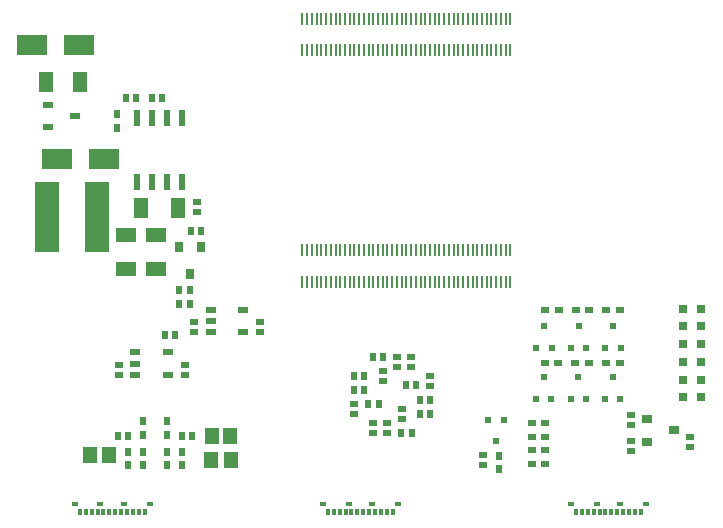
<source format=gbp>
G04*
G04 #@! TF.GenerationSoftware,Altium Limited,Altium Designer,19.0.15 (446)*
G04*
G04 Layer_Color=128*
%FSLAX42Y42*%
%MOMM*%
G71*
G01*
G75*
%ADD25R,0.60X0.64*%
%ADD26R,0.75X0.60*%
%ADD27R,0.64X0.60*%
%ADD31R,0.60X0.75*%
%ADD53R,0.65X0.95*%
%ADD64R,1.30X1.40*%
%ADD145R,0.95X0.60*%
%ADD146R,0.80X0.80*%
%ADD147R,1.15X1.70*%
%ADD148R,1.80X1.30*%
%ADD149R,2.00X6.00*%
%ADD150R,0.60X1.45*%
%ADD151R,2.50X1.70*%
%ADD152R,1.30X1.80*%
%ADD153R,0.90X0.60*%
%ADD154R,0.60X0.55*%
%ADD155R,0.95X0.65*%
%ADD156R,0.50X0.30*%
%ADD157R,0.35X0.60*%
%ADD158R,1.15X1.35*%
%ADD159R,0.20X1.14*%
D25*
X1434Y-2810D02*
D03*
X1346D02*
D03*
X1554Y-2431D02*
D03*
X1466D02*
D03*
X1554Y-2550D02*
D03*
X1466D02*
D03*
X1654Y-1930D02*
D03*
X1566D02*
D03*
X1324Y-810D02*
D03*
X1236D02*
D03*
X1016D02*
D03*
X1104D02*
D03*
X3034Y-3160D02*
D03*
X2946D02*
D03*
X3194Y-3000D02*
D03*
X3106D02*
D03*
X3346Y-3640D02*
D03*
X3434D02*
D03*
X3506Y-3360D02*
D03*
X3594D02*
D03*
X3034Y-3280D02*
D03*
X2946D02*
D03*
X3594Y-3480D02*
D03*
X3506D02*
D03*
X3154Y-3400D02*
D03*
X3066D02*
D03*
X3474Y-3240D02*
D03*
X3386D02*
D03*
X946Y-3670D02*
D03*
X1034D02*
D03*
X1486D02*
D03*
X1574D02*
D03*
D26*
X5197Y-2599D02*
D03*
X5083D02*
D03*
X4938D02*
D03*
X4822D02*
D03*
X4680D02*
D03*
X4565D02*
D03*
X4675Y-3050D02*
D03*
X4560D02*
D03*
X4933D02*
D03*
X4817D02*
D03*
X5195D02*
D03*
X5080D02*
D03*
X4450Y-3556D02*
D03*
X4565D02*
D03*
X4567Y-3907D02*
D03*
X4453D02*
D03*
X4567Y-3676D02*
D03*
X4453D02*
D03*
Y-3790D02*
D03*
X4567D02*
D03*
D27*
X5791Y-3764D02*
D03*
Y-3676D02*
D03*
X953Y-3064D02*
D03*
Y-3152D02*
D03*
X1513Y-3064D02*
D03*
Y-3152D02*
D03*
X1590Y-2789D02*
D03*
Y-2701D02*
D03*
X2150Y-2789D02*
D03*
Y-2701D02*
D03*
X1620Y-1686D02*
D03*
Y-1774D02*
D03*
X2950Y-3396D02*
D03*
Y-3484D02*
D03*
X3430Y-3084D02*
D03*
Y-2996D02*
D03*
X3110Y-3556D02*
D03*
Y-3644D02*
D03*
X5290Y-3574D02*
D03*
Y-3486D02*
D03*
Y-3794D02*
D03*
Y-3706D02*
D03*
X4040Y-3914D02*
D03*
Y-3826D02*
D03*
X3590Y-3156D02*
D03*
Y-3244D02*
D03*
X3230Y-3556D02*
D03*
Y-3644D02*
D03*
X3310Y-3084D02*
D03*
Y-2996D02*
D03*
X3350Y-3436D02*
D03*
Y-3524D02*
D03*
X3190Y-3204D02*
D03*
Y-3116D02*
D03*
D31*
X940Y-943D02*
D03*
Y-1057D02*
D03*
X4170Y-3833D02*
D03*
Y-3947D02*
D03*
X1030Y-3917D02*
D03*
Y-3803D02*
D03*
X1160Y-3658D02*
D03*
Y-3542D02*
D03*
Y-3803D02*
D03*
Y-3917D02*
D03*
X1490D02*
D03*
Y-3803D02*
D03*
X1360Y-3658D02*
D03*
Y-3542D02*
D03*
Y-3917D02*
D03*
Y-3803D02*
D03*
D53*
X1465Y-2065D02*
D03*
X1655D02*
D03*
X1560Y-2295D02*
D03*
D64*
X710Y-3830D02*
D03*
X870D02*
D03*
X1900Y-3670D02*
D03*
X1740D02*
D03*
D145*
X1095Y-3149D02*
D03*
Y-3054D02*
D03*
Y-2959D02*
D03*
X1370D02*
D03*
Y-3149D02*
D03*
X1732Y-2790D02*
D03*
Y-2695D02*
D03*
Y-2600D02*
D03*
X2007D02*
D03*
Y-2790D02*
D03*
D146*
X5885Y-3040D02*
D03*
X5735D02*
D03*
X5881Y-2590D02*
D03*
X5731D02*
D03*
X5731Y-2740D02*
D03*
X5881D02*
D03*
X5731Y-2890D02*
D03*
X5881D02*
D03*
X5881Y-3340D02*
D03*
X5731D02*
D03*
Y-3190D02*
D03*
X5881D02*
D03*
D147*
X1143Y-1740D02*
D03*
X1457D02*
D03*
D148*
X1018Y-2255D02*
D03*
Y-1965D02*
D03*
X1268Y-2255D02*
D03*
Y-1965D02*
D03*
D149*
X770Y-1810D02*
D03*
X350D02*
D03*
D150*
X1106Y-975D02*
D03*
X1233D02*
D03*
X1360D02*
D03*
X1487D02*
D03*
X1106Y-1520D02*
D03*
X1233D02*
D03*
X1360D02*
D03*
X1487D02*
D03*
D151*
X830Y-1320D02*
D03*
X430D02*
D03*
X620Y-360D02*
D03*
X220D02*
D03*
D152*
X629Y-670D02*
D03*
X339D02*
D03*
D153*
X355Y-1055D02*
D03*
Y-865D02*
D03*
X585Y-960D02*
D03*
D154*
X4150Y-3712D02*
D03*
X4215Y-3528D02*
D03*
X4085D02*
D03*
X4845Y-3169D02*
D03*
X4780Y-3354D02*
D03*
X4910D02*
D03*
X5137Y-3169D02*
D03*
X5072Y-3354D02*
D03*
X5202D02*
D03*
X4553Y-3170D02*
D03*
X4488Y-3355D02*
D03*
X4618D02*
D03*
X4556Y-2735D02*
D03*
X4491Y-2920D02*
D03*
X4621D02*
D03*
X5140Y-2735D02*
D03*
X5075Y-2920D02*
D03*
X5205D02*
D03*
X4848Y-2735D02*
D03*
X4783Y-2920D02*
D03*
X4913D02*
D03*
D155*
X5655Y-3620D02*
D03*
X5425Y-3525D02*
D03*
Y-3715D02*
D03*
D156*
X800Y-4241D02*
D03*
X580D02*
D03*
X1220D02*
D03*
X1000D02*
D03*
X3100D02*
D03*
X3320D02*
D03*
X2680D02*
D03*
X2900D02*
D03*
X5200D02*
D03*
X5420D02*
D03*
X4780D02*
D03*
X5000D02*
D03*
D157*
X1175Y-4310D02*
D03*
X1125D02*
D03*
X1075D02*
D03*
X1025D02*
D03*
X975D02*
D03*
X625D02*
D03*
X675D02*
D03*
X725D02*
D03*
X775D02*
D03*
X825D02*
D03*
X875D02*
D03*
X925D02*
D03*
X3025D02*
D03*
X2975D02*
D03*
X2925D02*
D03*
X2875D02*
D03*
X2825D02*
D03*
X2775D02*
D03*
X2725D02*
D03*
X3075D02*
D03*
X3125D02*
D03*
X3175D02*
D03*
X3225D02*
D03*
X3275D02*
D03*
X5125D02*
D03*
X5075D02*
D03*
X5025D02*
D03*
X4975D02*
D03*
X4925D02*
D03*
X4875D02*
D03*
X4825D02*
D03*
X5175D02*
D03*
X5225D02*
D03*
X5275D02*
D03*
X5325D02*
D03*
X5375D02*
D03*
D158*
X1733Y-3870D02*
D03*
X1908D02*
D03*
D159*
X2510Y-136D02*
D03*
Y-400D02*
D03*
X2550Y-136D02*
D03*
Y-400D02*
D03*
X2590Y-136D02*
D03*
Y-400D02*
D03*
X2630Y-136D02*
D03*
Y-400D02*
D03*
X2670Y-136D02*
D03*
Y-400D02*
D03*
X2710Y-136D02*
D03*
Y-400D02*
D03*
X2750Y-136D02*
D03*
Y-400D02*
D03*
X2790Y-136D02*
D03*
Y-400D02*
D03*
X2830Y-136D02*
D03*
Y-400D02*
D03*
X2870Y-136D02*
D03*
Y-400D02*
D03*
X2910Y-136D02*
D03*
Y-400D02*
D03*
X2950Y-136D02*
D03*
Y-400D02*
D03*
X2990Y-136D02*
D03*
Y-400D02*
D03*
X3030Y-136D02*
D03*
Y-400D02*
D03*
X3070Y-136D02*
D03*
Y-400D02*
D03*
X3110Y-136D02*
D03*
Y-400D02*
D03*
X3150Y-136D02*
D03*
Y-400D02*
D03*
X3190Y-136D02*
D03*
Y-400D02*
D03*
X3230Y-136D02*
D03*
Y-400D02*
D03*
X3270Y-136D02*
D03*
Y-400D02*
D03*
X3310Y-136D02*
D03*
Y-400D02*
D03*
X3350Y-136D02*
D03*
Y-400D02*
D03*
X3390Y-136D02*
D03*
Y-400D02*
D03*
X3430Y-136D02*
D03*
Y-400D02*
D03*
X3470Y-136D02*
D03*
Y-400D02*
D03*
X3510Y-136D02*
D03*
Y-400D02*
D03*
X3550Y-136D02*
D03*
Y-400D02*
D03*
X3590Y-136D02*
D03*
Y-400D02*
D03*
X3630Y-136D02*
D03*
Y-400D02*
D03*
X3670Y-136D02*
D03*
Y-400D02*
D03*
X3710Y-136D02*
D03*
Y-400D02*
D03*
X3750Y-136D02*
D03*
Y-400D02*
D03*
X3790Y-136D02*
D03*
Y-400D02*
D03*
X3830Y-136D02*
D03*
Y-400D02*
D03*
X3870Y-136D02*
D03*
Y-400D02*
D03*
X3910Y-136D02*
D03*
Y-400D02*
D03*
X3950Y-136D02*
D03*
Y-400D02*
D03*
X3990Y-136D02*
D03*
Y-400D02*
D03*
X4030Y-136D02*
D03*
Y-400D02*
D03*
X4070Y-136D02*
D03*
Y-400D02*
D03*
X4110Y-136D02*
D03*
Y-400D02*
D03*
X4150Y-136D02*
D03*
Y-400D02*
D03*
X4190Y-136D02*
D03*
Y-400D02*
D03*
X4230Y-136D02*
D03*
Y-400D02*
D03*
X4270Y-136D02*
D03*
Y-400D02*
D03*
Y-2360D02*
D03*
Y-2096D02*
D03*
X4230Y-2360D02*
D03*
Y-2096D02*
D03*
X4190Y-2360D02*
D03*
Y-2096D02*
D03*
X4150Y-2360D02*
D03*
Y-2096D02*
D03*
X4110Y-2360D02*
D03*
Y-2096D02*
D03*
X4070Y-2360D02*
D03*
Y-2096D02*
D03*
X4030Y-2360D02*
D03*
Y-2096D02*
D03*
X3990Y-2360D02*
D03*
Y-2096D02*
D03*
X3950Y-2360D02*
D03*
Y-2096D02*
D03*
X3910Y-2360D02*
D03*
Y-2096D02*
D03*
X3870Y-2360D02*
D03*
Y-2096D02*
D03*
X3830Y-2360D02*
D03*
Y-2096D02*
D03*
X3790Y-2360D02*
D03*
Y-2096D02*
D03*
X3750Y-2360D02*
D03*
Y-2096D02*
D03*
X3710Y-2360D02*
D03*
Y-2096D02*
D03*
X3670Y-2360D02*
D03*
Y-2096D02*
D03*
X3630Y-2360D02*
D03*
Y-2096D02*
D03*
X3590Y-2360D02*
D03*
Y-2096D02*
D03*
X3550Y-2360D02*
D03*
Y-2096D02*
D03*
X3510Y-2360D02*
D03*
Y-2096D02*
D03*
X3470Y-2360D02*
D03*
Y-2096D02*
D03*
X3430Y-2360D02*
D03*
Y-2096D02*
D03*
X3390Y-2360D02*
D03*
Y-2096D02*
D03*
X3350Y-2360D02*
D03*
Y-2096D02*
D03*
X3310Y-2360D02*
D03*
Y-2096D02*
D03*
X3270Y-2360D02*
D03*
Y-2096D02*
D03*
X3230Y-2360D02*
D03*
Y-2096D02*
D03*
X3190Y-2360D02*
D03*
Y-2096D02*
D03*
X3150Y-2360D02*
D03*
Y-2096D02*
D03*
X3110Y-2360D02*
D03*
Y-2096D02*
D03*
X3070Y-2360D02*
D03*
Y-2096D02*
D03*
X3030Y-2360D02*
D03*
Y-2096D02*
D03*
X2990Y-2360D02*
D03*
Y-2096D02*
D03*
X2950Y-2360D02*
D03*
Y-2096D02*
D03*
X2910Y-2360D02*
D03*
Y-2096D02*
D03*
X2870Y-2360D02*
D03*
Y-2096D02*
D03*
X2830Y-2360D02*
D03*
Y-2096D02*
D03*
X2790Y-2360D02*
D03*
Y-2096D02*
D03*
X2750Y-2360D02*
D03*
Y-2096D02*
D03*
X2710Y-2360D02*
D03*
Y-2096D02*
D03*
X2670Y-2360D02*
D03*
Y-2096D02*
D03*
X2630Y-2360D02*
D03*
Y-2096D02*
D03*
X2590Y-2360D02*
D03*
Y-2096D02*
D03*
X2550Y-2360D02*
D03*
Y-2096D02*
D03*
X2510Y-2360D02*
D03*
Y-2096D02*
D03*
M02*

</source>
